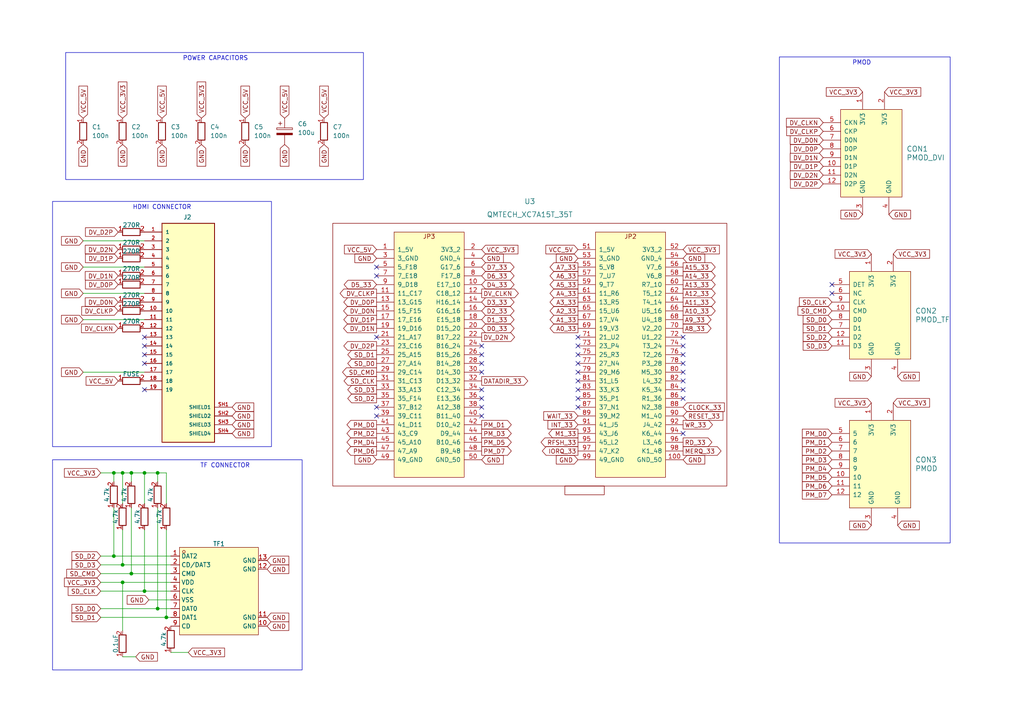
<source format=kicad_sch>
(kicad_sch (version 20231120) (generator "eeschema") (generator_version "8.0")
  (paper "A4")
  (lib_symbols
    (symbol "LIB:C_Polarized" (pin_numbers hide) (pin_names (offset 0.254))
      (property "Reference" "C6" (at 3.81 2.1591 0))
      (property "Value" "100u" (at 3.81 -0.3809 0))
      (symbol "C_Polarized_0_1"
        (rectangle (start -2.286 0.508) (end 2.286 1.016))
        (polyline (pts (xy -1.778 2.286) (xy -0.762 2.286)))
        (polyline (pts (xy -1.27 2.794) (xy -1.27 1.778)))
        (rectangle (start 2.286 -0.508) (end -2.286 -1.016) (fill (type outline)))
      )
      (symbol "C_Polarized_1_1"
        (pin passive line (at 0 3.81 270) (length 2.794) (name "~") (number "1"))
        (pin passive line (at 0 -3.81 90) (length 2.794) (name "~") (number "2"))
      )
    )
    (symbol "LIB:HDMI" (pin_names (offset 1.016))
      (property "Reference" "J" (at -7.62 31.242 0))
      (property "Value" "HDMI" (at -7.62 -35.56 0))
      (symbol "HDMI_0_0"
        (rectangle (start -7.62 -33.02) (end 7.62 30.48) (stroke (width 0.254)) (fill (type background)))
        (pin bidirectional line (at -12.7 27.94 0) (length 5.08) (name "1") (number "1"))
        (pin bidirectional line (at -12.7 5.08 0) (length 5.08) (name "10") (number "10"))
        (pin bidirectional line (at -12.7 2.54 0) (length 5.08) (name "11") (number "11"))
        (pin bidirectional line (at -12.7 0 0) (length 5.08) (name "12") (number "12"))
        (pin bidirectional line (at -12.7 -2.54 0) (length 5.08) (name "13") (number "13"))
        (pin bidirectional line (at -12.7 -5.08 0) (length 5.08) (name "14") (number "14"))
        (pin bidirectional line (at -12.7 -7.62 0) (length 5.08) (name "15") (number "15"))
        (pin bidirectional line (at -12.7 -10.16 0) (length 5.08) (name "16") (number "16"))
        (pin bidirectional line (at -12.7 -12.7 0) (length 5.08) (name "17") (number "17"))
        (pin bidirectional line (at -12.7 -15.24 0) (length 5.08) (name "18") (number "18"))
        (pin bidirectional line (at -12.7 -17.78 0) (length 5.08) (name "19") (number "19"))
        (pin bidirectional line (at -12.7 25.4 0) (length 5.08) (name "2") (number "2"))
        (pin bidirectional line (at -12.7 22.86 0) (length 5.08) (name "3") (number "3"))
        (pin bidirectional line (at -12.7 20.32 0) (length 5.08) (name "4") (number "4"))
        (pin bidirectional line (at -12.7 17.78 0) (length 5.08) (name "5") (number "5"))
        (pin bidirectional line (at -12.7 15.24 0) (length 5.08) (name "6") (number "6"))
        (pin bidirectional line (at -12.7 12.7 0) (length 5.08) (name "7") (number "7"))
        (pin bidirectional line (at -12.7 10.16 0) (length 5.08) (name "8") (number "8"))
        (pin bidirectional line (at -12.7 7.62 0) (length 5.08) (name "9") (number "9"))
        (pin passive line (at 12.7 -22.86 180) (length 5.08) (name "SHIELD1") (number "SH1"))
        (pin passive line (at 12.7 -25.4 180) (length 5.08) (name "SHIELD2") (number "SH2"))
        (pin passive line (at 12.7 -27.94 180) (length 5.08) (name "SHIELD3") (number "SH3"))
        (pin passive line (at 12.7 -30.48 180) (length 5.08) (name "SHIELD4") (number "SH4"))
      )
    )
    (symbol "LIB:PMOD" (pin_names (offset 1.016))
      (property "Reference" "CON3" (at 10.16 1.2701 0))
      (property "Value" "PMOD" (at 10.16 -2.5399 0))
      (symbol "PMOD_1_0"
        (pin bidirectional line (at -2.54 17.78 270) (length 5) (name "3V3") (number "1"))
        (pin bidirectional line (at -13.97 -3.81 0) (length 5) (name "10") (number "10"))
        (pin bidirectional line (at -13.97 -6.35 0) (length 5) (name "11") (number "11"))
        (pin bidirectional line (at -13.97 -8.89 0) (length 5) (name "12") (number "12"))
        (pin bidirectional line (at 3.81 17.78 270) (length 5) (name "3V3") (number "2"))
        (pin bidirectional line (at -2.54 -17.78 90) (length 5) (name "GND") (number "3"))
        (pin bidirectional line (at 5.08 -17.78 90) (length 5) (name "GND") (number "4"))
        (pin bidirectional line (at -13.97 8.89 0) (length 5) (name "5") (number "5"))
        (pin bidirectional line (at -13.97 6.35 0) (length 5) (name "6") (number "6"))
        (pin bidirectional line (at -13.97 3.81 0) (length 5) (name "7") (number "7"))
        (pin bidirectional line (at -13.97 1.27 0) (length 5) (name "8") (number "8"))
        (pin bidirectional line (at -13.97 -1.27 0) (length 5) (name "9") (number "9"))
      )
      (symbol "PMOD_1_1"
        (rectangle (start -8.89 12.7) (end 8.89 -12.7) (fill (type background)))
      )
    )
    (symbol "LIB:PMOD_DVI_1" (pin_names (offset 1.016))
      (property "Reference" "CON1" (at 10.16 1.2701 0))
      (property "Value" "PMOD_DVI_1" (at 10.16 -2.5399 0))
      (symbol "PMOD_DVI_1_1_0"
        (pin bidirectional line (at -2.54 17.78 270) (length 5) (name "3V3") (number "1"))
        (pin bidirectional line (at -13.97 -3.81 0) (length 5) (name "D1P") (number "10"))
        (pin bidirectional line (at -13.97 -6.35 0) (length 5) (name "D2N") (number "11"))
        (pin bidirectional line (at -13.97 -8.89 0) (length 5) (name "D2P") (number "12"))
        (pin bidirectional line (at 3.81 17.78 270) (length 5) (name "3V3") (number "2"))
        (pin bidirectional line (at -2.54 -17.78 90) (length 5) (name "GND") (number "3"))
        (pin bidirectional line (at 5.08 -17.78 90) (length 5) (name "GND") (number "4"))
        (pin bidirectional line (at -13.97 8.89 0) (length 5) (name "CKN") (number "5"))
        (pin bidirectional line (at -13.97 6.35 0) (length 5) (name "CKP") (number "6"))
        (pin bidirectional line (at -13.97 3.81 0) (length 5) (name "D0N") (number "7"))
        (pin bidirectional line (at -13.97 1.27 0) (length 5) (name "D0P") (number "8"))
        (pin bidirectional line (at -13.97 -1.27 0) (length 5) (name "D1N") (number "9"))
      )
      (symbol "PMOD_DVI_1_1_1"
        (rectangle (start -8.89 12.7) (end 8.89 -12.7) (fill (type background)))
      )
    )
    (symbol "LIB:PMOD_TF_1" (pin_names (offset 1.016))
      (property "Reference" "CON2" (at 10.16 1.2701 0))
      (property "Value" "PMOD_TF_1" (at 10.16 -2.5399 0))
      (symbol "PMOD_TF_1_1_0"
        (pin bidirectional line (at -2.54 17.78 270) (length 5) (name "3V3") (number "1"))
        (pin bidirectional line (at -13.97 1.27 0) (length 5) (name "CMD") (number "10"))
        (pin bidirectional line (at -13.97 -8.89 0) (length 5) (name "D3") (number "11"))
        (pin bidirectional line (at -13.97 -6.35 0) (length 5) (name "D2") (number "12"))
        (pin bidirectional line (at 3.81 17.78 270) (length 5) (name "3V3") (number "2"))
        (pin bidirectional line (at -2.54 -17.78 90) (length 5) (name "GND") (number "3"))
        (pin bidirectional line (at 5.08 -17.78 90) (length 5) (name "GND") (number "4"))
        (pin bidirectional line (at -13.97 8.89 0) (length 5) (name "DET") (number "5"))
        (pin bidirectional line (at -13.97 6.35 0) (length 5) (name "NC") (number "6"))
        (pin bidirectional line (at -13.97 -3.81 0) (length 5) (name "D1") (number "7"))
        (pin bidirectional line (at -13.97 -1.27 0) (length 5) (name "D0") (number "8"))
        (pin bidirectional line (at -13.97 3.81 0) (length 5) (name "CLK") (number "9"))
      )
      (symbol "PMOD_TF_1_1_1"
        (rectangle (start -8.89 12.7) (end 8.89 -12.7) (fill (type background)))
      )
    )
    (symbol "LIB:Resistor"
      (property "Reference" "R" (at -2.032 -1.27 90))
      (symbol "Resistor_0_1"
        (rectangle (start -1.016 2.54) (end 1.016 -2.54) (stroke (width 0.254)))
      )
      (symbol "Resistor_1_1"
        (pin passive line (at 0 3.81 270) (length 1.27) (name "~") (number "1"))
        (pin passive line (at 0 -3.81 90) (length 1.27) (name "~") (number "2"))
      )
    )
    (symbol "LIB:TF_SMD"
      (property "Reference" "TF" (at 0 12.7 0))
      (property "Value" "TF-CARD H1.8 SY" (at 0 -17.78 0))
      (symbol "TF_SMD_0_1"
        (rectangle (start -11.43 10.16) (end 11.43 -15.24) (fill (type background)))
        (circle (center -10.16 8.89) (radius 0.38))
        (pin unspecified line (at -13.97 7.62 0) (length 2.54) (name "DAT2") (number "1"))
        (pin unspecified line (at 13.97 -12.7 180) (length 2.54) (name "GND") (number "10"))
        (pin unspecified line (at 13.97 -10.16 180) (length 2.54) (name "GND") (number "11"))
        (pin unspecified line (at 13.97 3.81 180) (length 2.54) (name "GND") (number "12"))
        (pin unspecified line (at 13.97 6.35 180) (length 2.54) (name "GND") (number "13"))
        (pin unspecified line (at -13.97 5.08 0) (length 2.54) (name "CD/DAT3") (number "2"))
        (pin unspecified line (at -13.97 2.54 0) (length 2.54) (name "CMD") (number "3"))
        (pin unspecified line (at -13.97 0 0) (length 2.54) (name "VDD") (number "4"))
        (pin unspecified line (at -13.97 -2.54 0) (length 2.54) (name "CLK") (number "5"))
        (pin unspecified line (at -13.97 -5.08 0) (length 2.54) (name "VSS") (number "6"))
        (pin unspecified line (at -13.97 -7.62 0) (length 2.54) (name "DAT0") (number "7"))
        (pin unspecified line (at -13.97 -10.16 0) (length 2.54) (name "DAT1") (number "8"))
        (pin unspecified line (at -13.97 -12.7 0) (length 2.54) (name "CD") (number "9"))
      )
    )
    (symbol "Mi_libreria:QMTECH_XC7A15T_35T" (pin_names (offset 1.016))
      (property "Reference" "U" (at -2.54 41.91 0))
      (property "Value" "QMTECH_XC7A15T_35T" (at -11.43 36.83 0))
      (symbol "QMTECH_XC7A15T_35T_0_0"
        (text "JP2" (at 29.21 31.75 0) (effects (font (size 1.27 1.27))))
        (text "JP3" (at -29.21 31.75 0) (effects (font (size 1.27 1.27))))
      )
      (symbol "QMTECH_XC7A15T_35T_0_1"
        (rectangle (start -57.15 35.56) (end 57.15 -40.64))
        (rectangle (start 10.16 -40.64) (end 21.59 -43.18))
      )
      (symbol "QMTECH_XC7A15T_35T_1_0"
        (pin bidirectional line (at -44.45 27.94 0) (length 5) (name "1_5V") (number "1"))
        (pin bidirectional line (at -13.97 17.78 180) (length 5) (name "E17_10") (number "10"))
        (pin bidirectional line (at 44.45 -33.02 180) (length 5) (name "GND_50") (number "100"))
        (pin bidirectional line (at -44.45 15.24 0) (length 5) (name "11_C17") (number "11"))
        (pin bidirectional line (at -13.97 15.24 180) (length 5) (name "C18_12") (number "12"))
        (pin bidirectional line (at -44.45 12.7 0) (length 5) (name "13_G15") (number "13"))
        (pin bidirectional line (at -13.97 12.7 180) (length 5) (name "H16_14") (number "14"))
        (pin bidirectional line (at -44.45 10.16 0) (length 5) (name "15_F15") (number "15"))
        (pin bidirectional line (at -13.97 10.16 180) (length 5) (name "G16_16") (number "16"))
        (pin bidirectional line (at -44.45 7.62 0) (length 5) (name "17_E16") (number "17"))
        (pin bidirectional line (at -13.97 7.62 180) (length 5) (name "E15_18") (number "18"))
        (pin bidirectional line (at -44.45 5.08 0) (length 5) (name "19_D16") (number "19"))
        (pin bidirectional line (at -13.97 27.94 180) (length 5) (name "3V3_2") (number "2"))
        (pin bidirectional line (at -13.97 5.08 180) (length 5) (name "D15_20") (number "20"))
        (pin bidirectional line (at -44.45 2.54 0) (length 5) (name "21_A17") (number "21"))
        (pin bidirectional line (at -13.97 2.54 180) (length 5) (name "B17_22") (number "22"))
        (pin bidirectional line (at -44.45 0 0) (length 5) (name "23_C16") (number "23"))
        (pin bidirectional line (at -13.97 0 180) (length 5) (name "B16_24") (number "24"))
        (pin bidirectional line (at -44.45 -2.54 0) (length 5) (name "25_A15") (number "25"))
        (pin bidirectional line (at -13.97 -2.54 180) (length 5) (name "B15_26") (number "26"))
        (pin bidirectional line (at -44.45 -5.08 0) (length 5) (name "27_A14") (number "27"))
        (pin bidirectional line (at -13.97 -5.08 180) (length 5) (name "B14_28") (number "28"))
        (pin bidirectional line (at -44.45 -7.62 0) (length 5) (name "29_C14") (number "29"))
        (pin bidirectional line (at -44.45 25.4 0) (length 5) (name "3_GND") (number "3"))
        (pin bidirectional line (at -13.97 -7.62 180) (length 5) (name "D14_30") (number "30"))
        (pin bidirectional line (at -44.45 -10.16 0) (length 5) (name "31_C13") (number "31"))
        (pin bidirectional line (at -13.97 -10.16 180) (length 5) (name "D13_32") (number "32"))
        (pin bidirectional line (at -44.45 -12.7 0) (length 5) (name "33_A13") (number "33"))
        (pin bidirectional line (at -13.97 -12.7 180) (length 5) (name "C12_34") (number "34"))
        (pin bidirectional line (at -44.45 -15.24 0) (length 5) (name "35_F14") (number "35"))
        (pin bidirectional line (at -13.97 -15.24 180) (length 5) (name "E13_36") (number "36"))
        (pin bidirectional line (at -44.45 -17.78 0) (length 5) (name "37_B12") (number "37"))
        (pin bidirectional line (at -13.97 -17.78 180) (length 5) (name "A12_38") (number "38"))
        (pin bidirectional line (at -44.45 -20.32 0) (length 5) (name "39_C11") (number "39"))
        (pin bidirectional line (at -13.97 25.4 180) (length 5) (name "GND_4") (number "4"))
        (pin bidirectional line (at -13.97 -20.32 180) (length 5) (name "B11_40") (number "40"))
        (pin bidirectional line (at -44.45 -22.86 0) (length 5) (name "41_D11") (number "41"))
        (pin bidirectional line (at -13.97 -22.86 180) (length 5) (name "D10_42") (number "42"))
        (pin bidirectional line (at -44.45 -25.4 0) (length 5) (name "43_C9") (number "43"))
        (pin bidirectional line (at -13.97 -25.4 180) (length 5) (name "D9_44") (number "44"))
        (pin bidirectional line (at -44.45 -27.94 0) (length 5) (name "45_A10") (number "45"))
        (pin bidirectional line (at -13.97 -27.94 180) (length 5) (name "B10_46") (number "46"))
        (pin bidirectional line (at -44.45 -30.48 0) (length 5) (name "47_A9") (number "47"))
        (pin bidirectional line (at -13.97 -30.48 180) (length 5) (name "B9_48") (number "48"))
        (pin bidirectional line (at -44.45 -33.02 0) (length 5) (name "49_GND") (number "49"))
        (pin bidirectional line (at -44.45 22.86 0) (length 5) (name "5_F18") (number "5"))
        (pin bidirectional line (at -13.97 -33.02 180) (length 5) (name "GND_50") (number "50"))
        (pin bidirectional line (at 13.97 27.94 0) (length 5) (name "1_5V") (number "51"))
        (pin bidirectional line (at 44.45 27.94 180) (length 5) (name "3V3_2") (number "52"))
        (pin bidirectional line (at 13.97 25.4 0) (length 5) (name "3_GND") (number "53"))
        (pin bidirectional line (at 44.45 25.4 180) (length 5) (name "GND_4") (number "54"))
        (pin bidirectional line (at 13.97 22.86 0) (length 5) (name "5_V8") (number "55"))
        (pin bidirectional line (at 44.45 22.86 180) (length 5) (name "V7_6") (number "56"))
        (pin bidirectional line (at 13.97 20.32 0) (length 5) (name "7_U7") (number "57"))
        (pin bidirectional line (at 44.45 20.32 180) (length 5) (name "V6_8") (number "58"))
        (pin bidirectional line (at 13.97 17.78 0) (length 5) (name "9_T7") (number "59"))
        (pin bidirectional line (at -13.97 22.86 180) (length 5) (name "G17_6") (number "6"))
        (pin bidirectional line (at 44.45 17.78 180) (length 5) (name "R7_10") (number "60"))
        (pin bidirectional line (at 13.97 15.24 0) (length 5) (name "11_R6") (number "61"))
        (pin bidirectional line (at 44.45 15.24 180) (length 5) (name "T5_12") (number "62"))
        (pin bidirectional line (at 13.97 12.7 0) (length 5) (name "13_R5") (number "63"))
        (pin bidirectional line (at 44.45 12.7 180) (length 5) (name "T4_14") (number "64"))
        (pin bidirectional line (at 13.97 10.16 0) (length 5) (name "15_U6") (number "65"))
        (pin bidirectional line (at 44.45 10.16 180) (length 5) (name "U5_16") (number "66"))
        (pin bidirectional line (at 13.97 7.62 0) (length 5) (name "17_V4") (number "67"))
        (pin bidirectional line (at 44.45 7.62 180) (length 5) (name "U4_18") (number "68"))
        (pin bidirectional line (at 13.97 5.08 0) (length 5) (name "19_V3") (number "69"))
        (pin bidirectional line (at -44.45 20.32 0) (length 5) (name "7_E18") (number "7"))
        (pin bidirectional line (at 44.45 5.08 180) (length 5) (name "V2_20") (number "70"))
        (pin bidirectional line (at 13.97 2.54 0) (length 5) (name "21_U2") (number "71"))
        (pin bidirectional line (at 44.45 2.54 180) (length 5) (name "U1_22") (number "72"))
        (pin bidirectional line (at 13.97 0 0) (length 5) (name "23_P4") (number "73"))
        (pin bidirectional line (at 44.45 0 180) (length 5) (name "T3_24") (number "74"))
        (pin bidirectional line (at 13.97 -2.54 0) (length 5) (name "25_R3") (number "75"))
        (pin bidirectional line (at 44.45 -2.54 180) (length 5) (name "T2_26") (number "76"))
        (pin bidirectional line (at 13.97 -5.08 0) (length 5) (name "27_N4") (number "77"))
        (pin bidirectional line (at 44.45 -5.08 180) (length 5) (name "P3_28") (number "78"))
        (pin bidirectional line (at 13.97 -7.62 0) (length 5) (name "29_M6") (number "79"))
        (pin bidirectional line (at -13.97 20.32 180) (length 5) (name "F17_8") (number "8"))
        (pin bidirectional line (at 44.45 -7.62 180) (length 5) (name "M5_30") (number "80"))
        (pin bidirectional line (at 13.97 -10.16 0) (length 5) (name "31_L5") (number "81"))
        (pin bidirectional line (at 44.45 -10.16 180) (length 5) (name "L4_32") (number "82"))
        (pin bidirectional line (at 13.97 -12.7 0) (length 5) (name "33_K3") (number "83"))
        (pin bidirectional line (at 44.45 -12.7 180) (length 5) (name "K5_34") (number "84"))
        (pin bidirectional line (at 13.97 -15.24 0) (length 5) (name "35_P1") (number "85"))
        (pin bidirectional line (at 44.45 -15.24 180) (length 5) (name "R1_36") (number "86"))
        (pin bidirectional line (at 13.97 -17.78 0) (length 5) (name "37_N1") (number "87"))
        (pin bidirectional line (at 44.45 -17.78 180) (length 5) (name "N2_38") (number "88"))
        (pin bidirectional line (at 13.97 -20.32 0) (length 5) (name "39_M2") (number "89"))
        (pin bidirectional line (at -44.45 17.78 0) (length 5) (name "9_D18") (number "9"))
        (pin bidirectional line (at 44.45 -20.32 180) (length 5) (name "M1_40") (number "90"))
        (pin bidirectional line (at 13.97 -22.86 0) (length 5) (name "41_J5") (number "91"))
        (pin bidirectional line (at 44.45 -22.86 180) (length 5) (name "J4_42") (number "92"))
        (pin bidirectional line (at 13.97 -25.4 0) (length 5) (name "43_J6") (number "93"))
        (pin bidirectional line (at 44.45 -25.4 180) (length 5) (name "K6_44") (number "94"))
        (pin bidirectional line (at 13.97 -27.94 0) (length 5) (name "45_L2") (number "95"))
        (pin bidirectional line (at 44.45 -27.94 180) (length 5) (name "L3_46") (number "96"))
        (pin bidirectional line (at 13.97 -30.48 0) (length 5) (name "47_K2") (number "97"))
        (pin bidirectional line (at 44.45 -30.48 180) (length 5) (name "K1_48") (number "98"))
        (pin bidirectional line (at 13.97 -33.02 0) (length 5) (name "49_GND") (number "99"))
      )
      (symbol "QMTECH_XC7A15T_35T_1_1"
        (rectangle (start -39.37 33.02) (end -19.05 -38.1) (fill (type background)))
        (rectangle (start 19.05 33.02) (end 39.37 -38.1) (fill (type background)))
      )
    )
  )
  (junction (at 41.91 171.45))
  (junction (at 48.26 179.07))
  (junction (at 41.91 137.16))
  (junction (at 35.56 168.91))
  (junction (at 38.1 137.16))
  (junction (at 35.56 163.83))
  (junction (at 45.72 137.16))
  (junction (at 35.56 137.16))
  (junction (at 38.1 166.37))
  (junction (at 33.02 137.16))
  (junction (at 33.02 161.29))
  (junction (at 45.72 176.53))
  (no_connect (at 41.91 100.33))
  (no_connect (at 198.12 102.87))
  (no_connect (at 41.91 105.41))
  (no_connect (at 109.22 97.79))
  (no_connect (at 198.12 115.57))
  (no_connect (at 41.91 113.03))
  (no_connect (at 198.12 97.79))
  (no_connect (at 241.3 85.09))
  (no_connect (at 241.3 82.55))
  (no_connect (at 139.7 113.03))
  (no_connect (at 198.12 107.95))
  (no_connect (at 167.64 118.11))
  (no_connect (at 167.64 100.33))
  (no_connect (at 167.64 105.41))
  (no_connect (at 41.91 97.79))
  (no_connect (at 198.12 110.49))
  (no_connect (at 167.64 113.03))
  (no_connect (at 139.7 105.41))
  (no_connect (at 198.12 113.03))
  (no_connect (at 41.91 102.87))
  (no_connect (at 167.64 107.95))
  (no_connect (at 167.64 115.57))
  (no_connect (at 139.7 120.65))
  (no_connect (at 167.64 110.49))
  (no_connect (at 139.7 102.87))
  (no_connect (at 139.7 118.11))
  (no_connect (at 198.12 125.73))
  (no_connect (at 109.22 80.01))
  (no_connect (at 139.7 107.95))
  (no_connect (at 139.7 100.33))
  (no_connect (at 198.12 105.41))
  (no_connect (at 109.22 77.47))
  (no_connect (at 139.7 115.57))
  (no_connect (at 109.22 120.65))
  (no_connect (at 109.22 118.11))
  (no_connect (at 167.64 102.87))
  (no_connect (at 167.64 97.79))
  (no_connect (at 198.12 100.33))
  (wire (pts (xy 29.21 161.29) (xy 33.02 161.29)))
  (wire (pts (xy 29.21 166.37) (xy 38.1 166.37)))
  (wire (pts (xy 33.02 147.32) (xy 33.02 161.29)))
  (wire (pts (xy 24.13 69.85) (xy 41.91 69.85)))
  (wire (pts (xy 29.21 137.16) (xy 33.02 137.16)))
  (wire (pts (xy 35.56 190.5) (xy 39.37 190.5)))
  (wire (pts (xy 35.56 137.16) (xy 35.56 146.05)))
  (wire (pts (xy 33.02 137.16) (xy 35.56 137.16)))
  (wire (pts (xy 41.91 137.16) (xy 41.91 146.05)))
  (wire (pts (xy 29.21 171.45) (xy 41.91 171.45)))
  (wire (pts (xy 29.21 163.83) (xy 35.56 163.83)))
  (wire (pts (xy 45.72 137.16) (xy 48.26 137.16)))
  (wire (pts (xy 24.13 85.09) (xy 41.91 85.09)))
  (wire (pts (xy 43.18 173.99) (xy 49.53 173.99)))
  (wire (pts (xy 38.1 166.37) (xy 49.53 166.37)))
  (wire (pts (xy 29.21 168.91) (xy 35.56 168.91)))
  (wire (pts (xy 24.13 77.47) (xy 41.91 77.47)))
  (wire (pts (xy 38.1 137.16) (xy 38.1 139.7)))
  (wire (pts (xy 45.72 176.53) (xy 49.53 176.53)))
  (wire (pts (xy 35.56 168.91) (xy 35.56 182.88)))
  (wire (pts (xy 29.21 179.07) (xy 48.26 179.07)))
  (wire (pts (xy 45.72 137.16) (xy 45.72 139.7)))
  (wire (pts (xy 41.91 137.16) (xy 45.72 137.16)))
  (wire (pts (xy 35.56 163.83) (xy 49.53 163.83)))
  (wire (pts (xy 48.26 153.67) (xy 48.26 179.07)))
  (wire (pts (xy 35.56 168.91) (xy 49.53 168.91)))
  (wire (pts (xy 35.56 137.16) (xy 38.1 137.16)))
  (wire (pts (xy 48.26 137.16) (xy 48.26 146.05)))
  (wire (pts (xy 49.53 189.23) (xy 54.61 189.23)))
  (wire (pts (xy 29.21 176.53) (xy 45.72 176.53)))
  (wire (pts (xy 48.26 179.07) (xy 49.53 179.07)))
  (wire (pts (xy 38.1 137.16) (xy 41.91 137.16)))
  (wire (pts (xy 24.13 107.95) (xy 41.91 107.95)))
  (wire (pts (xy 24.13 92.71) (xy 41.91 92.71)))
  (wire (pts (xy 35.56 153.67) (xy 35.56 163.83)))
  (wire (pts (xy 41.91 171.45) (xy 49.53 171.45)))
  (wire (pts (xy 33.02 139.7) (xy 33.02 137.16)))
  (wire (pts (xy 45.72 147.32) (xy 45.72 176.53)))
  (wire (pts (xy 41.91 153.67) (xy 41.91 171.45)))
  (wire (pts (xy 38.1 147.32) (xy 38.1 166.37)))
  (wire (pts (xy 33.02 161.29) (xy 49.53 161.29)))
  (rectangle (start 226.06 16.51) (end 275.59 157.48))
  (rectangle (start 15.24 133.35) (end 87.63 194.31))
  (rectangle (start 19.05 15.24) (end 105.41 52.07))
  (rectangle (start 15.24 58.42) (end 78.74 129.54))
  (text "TF CONNECTOR" (at 65.278 135.128 0) (effects (font (size 1.27 1.27))))
  (text "PMOD" (at 249.936 18.288 0) (effects (font (size 1.27 1.27))))
  (text "HDMI CONNECTOR" (at 46.99 60.198 0) (effects (font (size 1.27 1.27))))
  (text "POWER CAPACITORS" (at 62.484 17.018 0) (effects (font (size 1.27 1.27))))
  (global_label "PM_D4" (shape input) (at 241.3 135.89 180) (property "Intersheetrefs" "${INTERSHEET_REFS}" (effects (hide yes))))
  (global_label "GND" (shape input) (at 260.35 152.4 0) (property "Intersheetrefs" "${INTERSHEET_REFS}" (effects (hide yes))))
  (global_label "A0_33" (shape output) (at 167.64 95.25 180) (property "Intersheetrefs" "${INTERSHEET_REFS}" (effects (hide yes))))
  (global_label "VCC_5V" (shape input) (at 34.29 110.49 180) (property "Intersheetrefs" "${INTERSHEET_REFS}" (effects (hide yes))))
  (global_label "SD_D3" (shape input) (at 29.21 163.83 180) (property "Intersheetrefs" "${INTERSHEET_REFS}" (effects (hide yes))))
  (global_label "GND" (shape input) (at 77.47 165.1 0) (property "Intersheetrefs" "${INTERSHEET_REFS}" (effects (hide yes))))
  (global_label "SD_D2" (shape input) (at 241.3 97.79 180) (property "Intersheetrefs" "${INTERSHEET_REFS}" (effects (hide yes))))
  (global_label "PM_D2" (shape output) (at 109.22 125.73 180) (property "Intersheetrefs" "${INTERSHEET_REFS}" (effects (hide yes))))
  (global_label "PM_D6" (shape input) (at 241.3 140.97 180) (property "Intersheetrefs" "${INTERSHEET_REFS}" (effects (hide yes))))
  (global_label "D4_33" (shape bidirectional) (at 139.7 82.55 0) (property "Intersheetrefs" "${INTERSHEET_REFS}" (effects (hide yes))))
  (global_label "DV_CLKP" (shape output) (at 109.22 85.09 180) (property "Intersheetrefs" "${INTERSHEET_REFS}" (effects (hide yes))))
  (global_label "RD_33" (shape output) (at 198.12 128.27 0) (property "Intersheetrefs" "${INTERSHEET_REFS}" (effects (hide yes))))
  (global_label "GND" (shape input) (at 39.37 190.5 0) (property "Intersheetrefs" "${INTERSHEET_REFS}" (effects (hide yes))))
  (global_label "GND" (shape input) (at 43.18 173.99 180) (property "Intersheetrefs" "${INTERSHEET_REFS}" (effects (hide yes))))
  (global_label "A12_33" (shape output) (at 198.12 85.09 0) (property "Intersheetrefs" "${INTERSHEET_REFS}" (effects (hide yes))))
  (global_label "A15_33" (shape output) (at 198.12 77.47 0) (property "Intersheetrefs" "${INTERSHEET_REFS}" (effects (hide yes))))
  (global_label "DV_D1P" (shape input) (at 34.29 74.93 180) (property "Intersheetrefs" "${INTERSHEET_REFS}" (effects (hide yes))))
  (global_label "SD_D0" (shape input) (at 241.3 92.71 180) (property "Intersheetrefs" "${INTERSHEET_REFS}" (effects (hide yes))))
  (global_label "A10_33" (shape output) (at 198.12 90.17 0) (property "Intersheetrefs" "${INTERSHEET_REFS}" (effects (hide yes))))
  (global_label "PM_D3" (shape input) (at 241.3 133.35 180) (property "Intersheetrefs" "${INTERSHEET_REFS}" (effects (hide yes))))
  (global_label "DV_CLKP" (shape input) (at 34.29 90.17 180) (property "Intersheetrefs" "${INTERSHEET_REFS}" (effects (hide yes))))
  (global_label "PM_D2" (shape input) (at 241.3 130.81 180) (property "Intersheetrefs" "${INTERSHEET_REFS}" (effects (hide yes))))
  (global_label "A7_33" (shape output) (at 167.64 77.47 180) (property "Intersheetrefs" "${INTERSHEET_REFS}" (effects (hide yes))))
  (global_label "DV_CLKP" (shape input) (at 238.76 38.1 180) (property "Intersheetrefs" "${INTERSHEET_REFS}" (effects (hide yes))))
  (global_label "DV_D0N" (shape output) (at 109.22 90.17 180) (property "Intersheetrefs" "${INTERSHEET_REFS}" (effects (hide yes))))
  (global_label "GND" (shape input) (at 139.7 74.93 0) (property "Intersheetrefs" "${INTERSHEET_REFS}" (effects (hide yes))))
  (global_label "SD_CMD" (shape output) (at 109.22 107.95 180) (property "Intersheetrefs" "${INTERSHEET_REFS}" (effects (hide yes))))
  (global_label "D5_33" (shape bidirectional) (at 109.22 82.55 180) (property "Intersheetrefs" "${INTERSHEET_REFS}" (effects (hide yes))))
  (global_label "A6_33" (shape output) (at 167.64 80.01 180) (property "Intersheetrefs" "${INTERSHEET_REFS}" (effects (hide yes))))
  (global_label "DV_D2N" (shape input) (at 238.76 50.8 180) (property "Intersheetrefs" "${INTERSHEET_REFS}" (effects (hide yes))))
  (global_label "GND" (shape input) (at 167.64 133.35 180) (property "Intersheetrefs" "${INTERSHEET_REFS}" (effects (hide yes))))
  (global_label "DV_D0P" (shape output) (at 109.22 87.63 180) (property "Intersheetrefs" "${INTERSHEET_REFS}" (effects (hide yes))))
  (global_label "PM_D6" (shape output) (at 109.22 130.81 180) (property "Intersheetrefs" "${INTERSHEET_REFS}" (effects (hide yes))))
  (global_label "GND" (shape input) (at 109.22 74.93 180) (property "Intersheetrefs" "${INTERSHEET_REFS}" (effects (hide yes))))
  (global_label "A9_33" (shape output) (at 198.12 92.71 0) (property "Intersheetrefs" "${INTERSHEET_REFS}" (effects (hide yes))))
  (global_label "DV_CLKN" (shape input) (at 34.29 95.25 180) (property "Intersheetrefs" "${INTERSHEET_REFS}" (effects (hide yes))))
  (global_label "VCC_3V3" (shape input) (at 139.7 72.39 0) (property "Intersheetrefs" "${INTERSHEET_REFS}" (effects (hide yes))))
  (global_label "SD_CMD" (shape input) (at 241.3 90.17 180) (property "Intersheetrefs" "${INTERSHEET_REFS}" (effects (hide yes))))
  (global_label "VCC_5V" (shape input) (at 93.98 34.29 90) (property "Intersheetrefs" "${INTERSHEET_REFS}" (effects (hide yes))))
  (global_label "GND" (shape input) (at 139.7 133.35 0) (property "Intersheetrefs" "${INTERSHEET_REFS}" (effects (hide yes))))
  (global_label "MERQ_33" (shape output) (at 198.12 130.81 0) (property "Intersheetrefs" "${INTERSHEET_REFS}" (effects (hide yes))))
  (global_label "GND" (shape input) (at 93.98 41.91 270) (property "Intersheetrefs" "${INTERSHEET_REFS}" (effects (hide yes))))
  (global_label "SD_D2" (shape output) (at 109.22 115.57 180) (property "Intersheetrefs" "${INTERSHEET_REFS}" (effects (hide yes))))
  (global_label "WR_33" (shape output) (at 198.12 123.19 0) (property "Intersheetrefs" "${INTERSHEET_REFS}" (effects (hide yes))))
  (global_label "PM_D0" (shape output) (at 109.22 123.19 180) (property "Intersheetrefs" "${INTERSHEET_REFS}" (effects (hide yes))))
  (global_label "PM_D0" (shape input) (at 241.3 125.73 180) (property "Intersheetrefs" "${INTERSHEET_REFS}" (effects (hide yes))))
  (global_label "GND" (shape input) (at 77.47 162.56 0) (property "Intersheetrefs" "${INTERSHEET_REFS}" (effects (hide yes))))
  (global_label "A2_33" (shape output) (at 167.64 90.17 180) (property "Intersheetrefs" "${INTERSHEET_REFS}" (effects (hide yes))))
  (global_label "DV_D0N" (shape input) (at 238.76 40.64 180) (property "Intersheetrefs" "${INTERSHEET_REFS}" (effects (hide yes))))
  (global_label "A1_33" (shape output) (at 167.64 92.71 180) (property "Intersheetrefs" "${INTERSHEET_REFS}" (effects (hide yes))))
  (global_label "GND" (shape input) (at 252.73 109.22 180) (property "Intersheetrefs" "${INTERSHEET_REFS}" (effects (hide yes))))
  (global_label "VCC_3V3" (shape input) (at 259.08 73.66 0) (property "Intersheetrefs" "${INTERSHEET_REFS}" (effects (hide yes))))
  (global_label "PM_D1" (shape input) (at 241.3 128.27 180) (property "Intersheetrefs" "${INTERSHEET_REFS}" (effects (hide yes))))
  (global_label "GND" (shape input) (at 198.12 133.35 0) (property "Intersheetrefs" "${INTERSHEET_REFS}" (effects (hide yes))))
  (global_label "D6_33" (shape bidirectional) (at 139.7 80.01 0) (property "Intersheetrefs" "${INTERSHEET_REFS}" (effects (hide yes))))
  (global_label "DV_D2N" (shape output) (at 139.7 97.79 0) (property "Intersheetrefs" "${INTERSHEET_REFS}" (effects (hide yes))))
  (global_label "SD_CMD" (shape input) (at 29.21 166.37 180) (property "Intersheetrefs" "${INTERSHEET_REFS}" (effects (hide yes))))
  (global_label "A5_33" (shape output) (at 167.64 82.55 180) (property "Intersheetrefs" "${INTERSHEET_REFS}" (effects (hide yes))))
  (global_label "CLOCK_33" (shape input) (at 198.12 118.11 0) (property "Intersheetrefs" "${INTERSHEET_REFS}" (effects (hide yes))))
  (global_label "GND" (shape input) (at 71.12 41.91 270) (property "Intersheetrefs" "${INTERSHEET_REFS}" (effects (hide yes))))
  (global_label "A3_33" (shape output) (at 167.64 87.63 180) (property "Intersheetrefs" "${INTERSHEET_REFS}" (effects (hide yes))))
  (global_label "SD_D0" (shape output) (at 109.22 105.41 180) (property "Intersheetrefs" "${INTERSHEET_REFS}" (effects (hide yes))))
  (global_label "GND" (shape input) (at 198.12 74.93 0) (property "Intersheetrefs" "${INTERSHEET_REFS}" (effects (hide yes))))
  (global_label "PM_D4" (shape output) (at 109.22 128.27 180) (property "Intersheetrefs" "${INTERSHEET_REFS}" (effects (hide yes))))
  (global_label "SD_D1" (shape output) (at 109.22 102.87 180) (property "Intersheetrefs" "${INTERSHEET_REFS}" (effects (hide yes))))
  (global_label "GND" (shape input) (at 24.13 107.95 180) (property "Intersheetrefs" "${INTERSHEET_REFS}" (effects (hide yes))))
  (global_label "GND" (shape input) (at 24.13 69.85 180) (property "Intersheetrefs" "${INTERSHEET_REFS}" (effects (hide yes))))
  (global_label "VCC_3V3" (shape input) (at 252.73 116.84 180) (property "Intersheetrefs" "${INTERSHEET_REFS}" (effects (hide yes))))
  (global_label "RESET_33" (shape input) (at 198.12 120.65 0) (property "Intersheetrefs" "${INTERSHEET_REFS}" (effects (hide yes))))
  (global_label "RFSH_33" (shape output) (at 167.64 128.27 180) (property "Intersheetrefs" "${INTERSHEET_REFS}" (effects (hide yes))))
  (global_label "PM_D1" (shape output) (at 139.7 123.19 0) (property "Intersheetrefs" "${INTERSHEET_REFS}" (effects (hide yes))))
  (global_label "VCC_3V3" (shape input) (at 54.61 189.23 0) (property "Intersheetrefs" "${INTERSHEET_REFS}" (effects (hide yes))))
  (global_label "VCC_5V" (shape input) (at 109.22 72.39 180) (property "Intersheetrefs" "${INTERSHEET_REFS}" (effects (hide yes))))
  (global_label "PM_D7" (shape output) (at 139.7 130.81 0) (property "Intersheetrefs" "${INTERSHEET_REFS}" (effects (hide yes))))
  (global_label "VCC_3V3" (shape input) (at 58.42 34.29 90) (property "Intersheetrefs" "${INTERSHEET_REFS}" (effects (hide yes))))
  (global_label "DV_D1N" (shape output) (at 109.22 95.25 180) (property "Intersheetrefs" "${INTERSHEET_REFS}" (effects (hide yes))))
  (global_label "D3_33" (shape bidirectional) (at 139.7 87.63 0) (property "Intersheetrefs" "${INTERSHEET_REFS}" (effects (hide yes))))
  (global_label "SD_D1" (shape input) (at 241.3 95.25 180) (property "Intersheetrefs" "${INTERSHEET_REFS}" (effects (hide yes))))
  (global_label "GND" (shape input) (at 24.13 92.71 180) (property "Intersheetrefs" "${INTERSHEET_REFS}" (effects (hide yes))))
  (global_label "DATADIR_33" (shape output) (at 139.7 110.49 0) (property "Intersheetrefs" "${INTERSHEET_REFS}" (effects (hide yes))))
  (global_label "DV_D0N" (shape input) (at 34.29 87.63 180) (property "Intersheetrefs" "${INTERSHEET_REFS}" (effects (hide yes))))
  (global_label "PM_D5" (shape input) (at 241.3 138.43 180) (property "Intersheetrefs" "${INTERSHEET_REFS}" (effects (hide yes))))
  (global_label "GND" (shape input) (at 167.64 74.93 180) (property "Intersheetrefs" "${INTERSHEET_REFS}" (effects (hide yes))))
  (global_label "VCC_3V3" (shape input) (at 35.56 34.29 90) (property "Intersheetrefs" "${INTERSHEET_REFS}" (effects (hide yes))))
  (global_label "D0_33" (shape bidirectional) (at 139.7 95.25 0) (property "Intersheetrefs" "${INTERSHEET_REFS}" (effects (hide yes))))
  (global_label "SD_D0" (shape input) (at 29.21 176.53 180) (property "Intersheetrefs" "${INTERSHEET_REFS}" (effects (hide yes))))
  (global_label "DV_D2P" (shape input) (at 34.29 67.31 180) (property "Intersheetrefs" "${INTERSHEET_REFS}" (effects (hide yes))))
  (global_label "GND" (shape input) (at 250.19 62.23 180) (property "Intersheetrefs" "${INTERSHEET_REFS}" (effects (hide yes))))
  (global_label "GND" (shape input) (at 35.56 41.91 270) (property "Intersheetrefs" "${INTERSHEET_REFS}" (effects (hide yes))))
  (global_label "DV_D2P" (shape input) (at 238.76 53.34 180) (property "Intersheetrefs" "${INTERSHEET_REFS}" (effects (hide yes))))
  (global_label "GND" (shape input) (at 67.31 125.73 0) (property "Intersheetrefs" "${INTERSHEET_REFS}" (effects (hide yes))))
  (global_label "SD_D2" (shape input) (at 29.21 161.29 180) (property "Intersheetrefs" "${INTERSHEET_REFS}" (effects (hide yes))))
  (global_label "VCC_5V" (shape input) (at 24.13 34.29 90) (property "Intersheetrefs" "${INTERSHEET_REFS}" (effects (hide yes))))
  (global_label "GND" (shape input) (at 67.31 123.19 0) (property "Intersheetrefs" "${INTERSHEET_REFS}" (effects (hide yes))))
  (global_label "A11_33" (shape output) (at 198.12 87.63 0) (property "Intersheetrefs" "${INTERSHEET_REFS}" (effects (hide yes))))
  (global_label "GND" (shape input) (at 67.31 120.65 0) (property "Intersheetrefs" "${INTERSHEET_REFS}" (effects (hide yes))))
  (global_label "GND" (shape input) (at 260.35 109.22 0) (property "Intersheetrefs" "${INTERSHEET_REFS}" (effects (hide yes))))
  (global_label "SD_D3" (shape input) (at 241.3 100.33 180) (property "Intersheetrefs" "${INTERSHEET_REFS}" (effects (hide yes))))
  (global_label "VCC_3V3" (shape input) (at 29.21 168.91 180) (property "Intersheetrefs" "${INTERSHEET_REFS}" (effects (hide yes))))
  (global_label "VCC_5V" (shape input) (at 167.64 72.39 180) (property "Intersheetrefs" "${INTERSHEET_REFS}" (effects (hide yes))))
  (global_label "DV_D1N" (shape input) (at 34.29 80.01 180) (property "Intersheetrefs" "${INTERSHEET_REFS}" (effects (hide yes))))
  (global_label "D2_33" (shape bidirectional) (at 139.7 90.17 0) (property "Intersheetrefs" "${INTERSHEET_REFS}" (effects (hide yes))))
  (global_label "D7_33" (shape bidirectional) (at 139.7 77.47 0) (property "Intersheetrefs" "${INTERSHEET_REFS}" (effects (hide yes))))
  (global_label "PM_D7" (shape input) (at 241.3 143.51 180) (property "Intersheetrefs" "${INTERSHEET_REFS}" (effects (hide yes))))
  (global_label "SD_D3" (shape output) (at 109.22 113.03 180) (property "Intersheetrefs" "${INTERSHEET_REFS}" (effects (hide yes))))
  (global_label "GND" (shape input) (at 58.42 41.91 270) (property "Intersheetrefs" "${INTERSHEET_REFS}" (effects (hide yes))))
  (global_label "SD_CLK" (shape input) (at 241.3 87.63 180) (property "Intersheetrefs" "${INTERSHEET_REFS}" (effects (hide yes))))
  (global_label "GND" (shape input) (at 257.81 62.23 0) (property "Intersheetrefs" "${INTERSHEET_REFS}" (effects (hide yes))))
  (global_label "SD_CLK" (shape input) (at 29.21 171.45 180) (property "Intersheetrefs" "${INTERSHEET_REFS}" (effects (hide yes))))
  (global_label "A13_33" (shape output) (at 198.12 82.55 0) (property "Intersheetrefs" "${INTERSHEET_REFS}" (effects (hide yes))))
  (global_label "A4_33" (shape output) (at 167.64 85.09 180) (property "Intersheetrefs" "${INTERSHEET_REFS}" (effects (hide yes))))
  (global_label "SD_CLK" (shape output) (at 109.22 110.49 180) (property "Intersheetrefs" "${INTERSHEET_REFS}" (effects (hide yes))))
  (global_label "IORQ_33" (shape output) (at 167.64 130.81 180) (property "Intersheetrefs" "${INTERSHEET_REFS}" (effects (hide yes))))
  (global_label "INT_33" (shape input) (at 167.64 123.19 180) (property "Intersheetrefs" "${INTERSHEET_REFS}" (effects (hide yes))))
  (global_label "VCC_3V3" (shape input) (at 250.19 26.67 180) (property "Intersheetrefs" "${INTERSHEET_REFS}" (effects (hide yes))))
  (global_label "GND" (shape input) (at 46.99 41.91 270) (property "Intersheetrefs" "${INTERSHEET_REFS}" (effects (hide yes))))
  (global_label "GND" (shape input) (at 67.31 118.11 0) (property "Intersheetrefs" "${INTERSHEET_REFS}" (effects (hide yes))))
  (global_label "PM_D5" (shape output) (at 139.7 128.27 0) (property "Intersheetrefs" "${INTERSHEET_REFS}" (effects (hide yes))))
  (global_label "VCC_3V3" (shape input) (at 198.12 72.39 0) (property "Intersheetrefs" "${INTERSHEET_REFS}" (effects (hide yes))))
  (global_label "SD_D1" (shape input) (at 29.21 179.07 180) (property "Intersheetrefs" "${INTERSHEET_REFS}" (effects (hide yes))))
  (global_label "VCC_3V3" (shape input) (at 29.21 137.16 180) (property "Intersheetrefs" "${INTERSHEET_REFS}" (effects (hide yes))))
  (global_label "DV_D1P" (shape input) (at 238.76 48.26 180) (property "Intersheetrefs" "${INTERSHEET_REFS}" (effects (hide yes))))
  (global_label "DV_D0P" (shape input) (at 238.76 43.18 180) (property "Intersheetrefs" "${INTERSHEET_REFS}" (effects (hide yes))))
  (global_label "VCC_3V3" (shape input) (at 252.73 73.66 180) (property "Intersheetrefs" "${INTERSHEET_REFS}" (effects (hide yes))))
  (global_label "M1_33" (shape output) (at 167.64 125.73 180) (property "Intersheetrefs" "${INTERSHEET_REFS}" (effects (hide yes))))
  (global_label "GND" (shape input) (at 24.13 77.47 180) (property "Intersheetrefs" "${INTERSHEET_REFS}" (effects (hide yes))))
  (global_label "DV_CLKN" (shape output) (at 139.7 85.09 0) (property "Intersheetrefs" "${INTERSHEET_REFS}" (effects (hide yes))))
  (global_label "GND" (shape input) (at 77.47 179.07 0) (property "Intersheetrefs" "${INTERSHEET_REFS}" (effects (hide yes))))
  (global_label "VCC_5V" (shape input) (at 46.99 34.29 90) (property "Intersheetrefs" "${INTERSHEET_REFS}" (effects (hide yes))))
  (global_label "GND" (shape input) (at 109.22 133.35 180) (property "Intersheetrefs" "${INTERSHEET_REFS}" (effects (hide yes))))
  (global_label "DV_CLKN" (shape input) (at 238.76 35.56 180) (property "Intersheetrefs" "${INTERSHEET_REFS}" (effects (hide yes))))
  (global_label "WAIT_33" (shape input) (at 167.64 120.65 180) (property "Intersheetrefs" "${INTERSHEET_REFS}" (effects (hide yes))))
  (global_label "GND" (shape input) (at 82.55 41.91 270) (property "Intersheetrefs" "${INTERSHEET_REFS}" (effects (hide yes))))
  (global_label "DV_D2N" (shape input) (at 34.29 72.39 180) (property "Intersheetrefs" "${INTERSHEET_REFS}" (effects (hide yes))))
  (global_label "PM_D3" (shape output) (at 139.7 125.73 0) (property "Intersheetrefs" "${INTERSHEET_REFS}" (effects (hide yes))))
  (global_label "GND" (shape input) (at 24.13 41.91 270) (property "Intersheetrefs" "${INTERSHEET_REFS}" (effects (hide yes))))
  (global_label "D1_33" (shape bidirectional) (at 139.7 92.71 0) (property "Intersheetrefs" "${INTERSHEET_REFS}" (effects (hide yes))))
  (global_label "DV_D2P" (shape output) (at 109.22 100.33 180) (property "Intersheetrefs" "${INTERSHEET_REFS}" (effects (hide yes))))
  (global_label "GND" (shape input) (at 24.13 85.09 180) (property "Intersheetrefs" "${INTERSHEET_REFS}" (effects (hide yes))))
  (global_label "DV_D0P" (shape input) (at 34.29 82.55 180) (property "Intersheetrefs" "${INTERSHEET_REFS}" (effects (hide yes))))
  (global_label "VCC_3V3" (shape input) (at 259.08 116.84 0) (property "Intersheetrefs" "${INTERSHEET_REFS}" (effects (hide yes))))
  (global_label "VCC_5V" (shape input) (at 82.55 34.29 90) (property "Intersheetrefs" "${INTERSHEET_REFS}" (effects (hide yes))))
  (global_label "DV_D1P" (shape output) (at 109.22 92.71 180) (property "Intersheetrefs" "${INTERSHEET_REFS}" (effects (hide yes))))
  (global_label "A14_33" (shape output) (at 198.12 80.01 0) (property "Intersheetrefs" "${INTERSHEET_REFS}" (effects (hide yes))))
  (global_label "VCC_3V3" (shape input) (at 256.54 26.67 0) (property "Intersheetrefs" "${INTERSHEET_REFS}" (effects (hide yes))))
  (global_label "VCC_5V" (shape input) (at 71.12 34.29 90) (property "Intersheetrefs" "${INTERSHEET_REFS}" (effects (hide yes))))
  (global_label "GND" (shape input) (at 77.47 181.61 0) (property "Intersheetrefs" "${INTERSHEET_REFS}" (effects (hide yes))))
  (global_label "GND" (shape input) (at 252.73 152.4 180) (property "Intersheetrefs" "${INTERSHEET_REFS}" (effects (hide yes))))
  (global_label "A8_33" (shape output) (at 198.12 95.25 0) (property "Intersheetrefs" "${INTERSHEET_REFS}" (effects (hide yes))))
  (global_label "DV_D1N" (shape input) (at 238.76 45.72 180) (property "Intersheetrefs" "${INTERSHEET_REFS}" (effects (hide yes))))
  (symbol (lib_id "LIB:HDMI") (at 54.61 95.25 0) (unit 1)
    (property "Reference" "J2" (at 54.356 62.992 0))
    (property "Value" "2086581051" (effects (hide yes)))
    (property "Footprint" "LIB:HDMI" (effects (hide yes)))
    (property "MF" "Molex" (effects (hide yes)))
    (property "OPTION" "MOLEX_CONFIG" (effects (hide yes)))
    (property "Package" "None" (effects (hide yes)))
    (property "Price" "None" (effects (hide yes)))
    (property "Check_prices" "https://www.snapeda.com/parts/2086581051/Molex/view-part/?ref=eda" (effects (hide yes)))
    (property "STANDARD" "Manufacturer Recommendations" (effects (hide yes)))
    (property "PARTREV" "A" (effects (hide yes)))
    (property "SnapEDA_Link" "https://www.snapeda.com/parts/2086581051/Molex/view-part/?ref=snap" (effects (hide yes)))
    (property "MP" "2086581051" (effects (hide yes)))
    (property "Purchase-URL" "https://www.snapeda.com/api/url_track_click_mouser/?unipart_id=4794533&manufacturer=Molex&part_name=2086581051&search_term=hdmi 19" (effects (hide yes)))
    (property "Description_1" "\nHDMI v2.1 Receptacle, Right-Angle, Gold Flash Plating, without Mylar, without Flange, Tape and Reel, 19 Circuits\n" (effects (hide yes)))
    (property "MANUFACTURER" "Molex" (effects (hide yes)))
    (property "Availability" "In Stock" (effects (hide yes)))
    (property "MAXIMUM_PACKAGE_HEIGHT" "6.19mm" (effects (hide yes)))
  )
  (symbol (lib_id "Mi_libreria:QMTECH_XC7A15T_35T") (at 153.67 100.33 0) (unit 1)
    (property "Reference" "U3" (at 153.67 58.42 0) (effects (font (size 1.4986 1.4986))))
    (property "Value" "QMTECH_XC7A15T_35T" (at 153.67 62.23 0) (effects (font (size 1.4986 1.4986))))
    (property "Footprint" "LIB:QMTECH_XC7A15T_35T" (effects (hide yes)))
  )
  (symbol (lib_id "LIB:Resistor") (at 38.1 72.39 90) (unit 1)
    (property "Reference" "R3" (effects (hide yes)))
    (property "Value" "270R" (at 38.1 70.358 90))
    (property "Footprint" "LIB:SMD_RES_1" (effects (hide yes)))
  )
  (symbol (lib_id "LIB:Resistor") (at 38.1 90.17 90) (unit 1)
    (property "Reference" "R8" (effects (hide yes)))
    (property "Value" "270R" (at 38.1 88.138 90))
    (property "Footprint" "LIB:SMD_RES_1" (effects (hide yes)))
  )
  (symbol (lib_id "LIB:TF_SMD") (at 63.5 168.91 0) (unit 1)
    (property "Reference" "TF1" (at 63.5 157.734 0))
    (property "Value" "TF-CARD H1.8 SY" (effects (hide yes)))
    (property "Footprint" "LIB:TF-SMD_TF-012" (effects (hide yes)))
    (property "LCSC Part" "C7529391" (effects (hide yes)))
  )
  (symbol (lib_id "LIB:Resistor") (at 33.02 143.51 180) (unit 1)
    (property "Reference" "R10" (effects (hide yes)))
    (property "Value" "4.7k" (at 30.988 143.51 90))
    (property "Footprint" "LIB:SMD_RES_1" (effects (hide yes)))
  )
  (symbol (lib_id "LIB:Resistor") (at 45.72 143.51 180) (unit 1)
    (property "Reference" "R14" (effects (hide yes)))
    (property "Value" "4.7k" (at 43.688 143.51 90))
    (property "Footprint" "LIB:SMD_RES_1" (effects (hide yes)))
  )
  (symbol (lib_id "LIB:Resistor") (at 49.53 185.42 180) (unit 1)
    (property "Reference" "R16" (effects (hide yes)))
    (property "Value" "4.7k" (at 47.498 185.42 90))
    (property "Footprint" "LIB:SMD_RES_1" (effects (hide yes)))
  )
  (symbol (lib_id "LIB:Resistor") (at 38.1 82.55 90) (unit 1)
    (property "Reference" "R6" (effects (hide yes)))
    (property "Value" "270R" (at 38.1 80.518 90))
    (property "Footprint" "LIB:SMD_RES_1" (effects (hide yes)))
  )
  (symbol (lib_id "LIB:Resistor") (at 38.1 74.93 90) (unit 1)
    (property "Reference" "R4" (effects (hide yes)))
    (property "Value" "270R" (at 38.1 72.898 90))
    (property "Footprint" "LIB:SMD_RES_1" (effects (hide yes)))
  )
  (symbol (lib_id "LIB:Resistor") (at 38.1 67.31 90) (unit 1)
    (property "Reference" "R2" (effects (hide yes)))
    (property "Value" "270R" (at 38.1 65.278 90))
    (property "Footprint" "LIB:SMD_RES_1" (effects (hide yes)))
  )
  (symbol (lib_id "LIB:Resistor") (at 46.99 38.1 0) (unit 1)
    (property "Reference" "C3" (at 49.53 36.8299 0) (effects (justify left)))
    (property "Value" "100n" (at 49.53 39.3699 0) (effects (justify left)))
    (property "Footprint" "LIB:SMD_RES_1" (effects (hide yes)))
  )
  (symbol (lib_id "LIB:Resistor") (at 38.1 87.63 90) (unit 1)
    (property "Reference" "R7" (effects (hide yes)))
    (property "Value" "270R" (at 38.1 85.598 90))
    (property "Footprint" "LIB:SMD_RES_1" (effects (hide yes)))
  )
  (symbol (lib_id "LIB:Resistor") (at 38.1 110.49 90) (unit 1)
    (property "Reference" "FUSE1" (effects (hide yes)))
    (property "Value" "FUSE" (at 38.1 108.458 90))
    (property "Footprint" "LIB:SMD_RES_1" (effects (hide yes)))
  )
  (symbol (lib_id "LIB:Resistor") (at 35.56 186.69 180) (unit 1)
    (property "Reference" "C8" (effects (hide yes)))
    (property "Value" "0.1uF" (at 33.528 186.69 90))
    (property "Footprint" "LIB:SMD_RES_1" (effects (hide yes)))
  )
  (symbol (lib_id "LIB:Resistor") (at 41.91 149.86 180) (unit 1)
    (property "Reference" "R13" (effects (hide yes)))
    (property "Value" "4.7k" (at 39.878 149.86 90))
    (property "Footprint" "LIB:SMD_RES_1" (effects (hide yes)))
  )
  (symbol (lib_id "LIB:PMOD_DVI_1") (at 252.73 44.45 0) (unit 1)
    (property "Reference" "CON1" (at 262.89 43.1799 0) (effects (font (size 1.4986 1.4986)) (justify left)))
    (property "Value" "PMOD_DVI" (at 262.89 45.7199 0) (effects (font (size 1.4986 1.4986)) (justify left)))
    (property "Footprint" "LIB:PMOD" (effects (hide yes)))
  )
  (symbol (lib_id "LIB:Resistor") (at 38.1 80.01 90) (unit 1)
    (property "Reference" "R5" (effects (hide yes)))
    (property "Value" "270R" (at 38.1 77.978 90))
    (property "Footprint" "LIB:SMD_RES_1" (effects (hide yes)))
  )
  (symbol (lib_id "LIB:PMOD_TF_1") (at 255.27 91.44 0) (unit 1)
    (property "Reference" "CON2" (at 265.43 90.1699 0) (effects (font (size 1.4986 1.4986)) (justify left)))
    (property "Value" "PMOD_TF" (at 265.43 92.7099 0) (effects (font (size 1.4986 1.4986)) (justify left)))
    (property "Footprint" "LIB:PMOD" (effects (hide yes)))
  )
  (symbol (lib_id "LIB:Resistor") (at 38.1 143.51 180) (unit 1)
    (property "Reference" "R12" (effects (hide yes)))
    (property "Value" "4.7k" (at 36.068 143.51 90))
    (property "Footprint" "LIB:SMD_RES_1" (effects (hide yes)))
  )
  (symbol (lib_id "LIB:Resistor") (at 58.42 38.1 0) (unit 1)
    (property "Reference" "C4" (at 60.96 36.8299 0) (effects (justify left)))
    (property "Value" "100n" (at 60.96 39.3699 0) (effects (justify left)))
    (property "Footprint" "LIB:SMD_RES_1" (effects (hide yes)))
  )
  (symbol (lib_id "LIB:Resistor") (at 48.26 149.86 180) (unit 1)
    (property "Reference" "R15" (effects (hide yes)))
    (property "Value" "4.7k" (at 46.228 149.86 90))
    (property "Footprint" "LIB:SMD_RES_1" (effects (hide yes)))
  )
  (symbol (lib_id "LIB:Resistor") (at 35.56 149.86 180) (unit 1)
    (property "Reference" "R11" (effects (hide yes)))
    (property "Value" "4.7k" (at 33.528 149.86 90))
    (property "Footprint" "LIB:SMD_RES_1" (effects (hide yes)))
  )
  (symbol (lib_id "LIB:PMOD") (at 255.27 134.62 0) (unit 1)
    (property "Reference" "CON3" (at 265.43 133.3499 0) (effects (font (size 1.4986 1.4986)) (justify left)))
    (property "Value" "PMOD" (at 265.43 135.8899 0) (effects (font (size 1.4986 1.4986)) (justify left)))
    (property "Footprint" "LIB:PMOD" (effects (hide yes)))
  )
  (symbol (lib_id "LIB:Resistor") (at 35.56 38.1 0) (unit 1)
    (property "Reference" "C2" (at 38.1 36.8299 0) (effects (justify left)))
    (property "Value" "100n" (at 38.1 39.3699 0) (effects (justify left)))
    (property "Footprint" "LIB:SMD_RES_1" (effects (hide yes)))
  )
  (symbol (lib_id "LIB:Resistor") (at 38.1 95.25 90) (unit 1)
    (property "Reference" "R9" (effects (hide yes)))
    (property "Value" "270R" (at 38.1 93.218 90))
    (property "Footprint" "LIB:SMD_RES_1" (effects (hide yes)))
  )
  (symbol (lib_id "LIB:Resistor") (at 93.98 38.1 0) (unit 1)
    (property "Reference" "C7" (at 96.52 36.8299 0) (effects (justify left)))
    (property "Value" "100n" (at 96.52 39.3699 0) (effects (justify left)))
    (property "Footprint" "LIB:SMD_RES_1" (effects (hide yes)))
  )
  (symbol (lib_id "LIB:Resistor") (at 71.12 38.1 0) (unit 1)
    (property "Reference" "C5" (at 73.66 36.8299 0) (effects (justify left)))
    (property "Value" "100n" (at 73.66 39.3699 0) (effects (justify left)))
    (property "Footprint" "LIB:SMD_RES_1" (effects (hide yes)))
  )
  (symbol (lib_id "LIB:C_Polarized") (at 82.55 38.1 0) (unit 1)
    (property "Reference" "C6" (at 86.36 35.9409 0) (effects (justify left)))
    (property "Value" "100u" (at 86.36 38.4809 0) (effects (justify left)))
    (property "Footprint" "LIB:CP_Radial_D8.0mm_P3.50mm" (effects (hide yes)))
  )
  (symbol (lib_id "LIB:Resistor") (at 24.13 38.1 0) (unit 1)
    (property "Reference" "C1" (at 26.67 36.8299 0) (effects (justify left)))
    (property "Value" "100n" (at 26.67 39.3699 0) (effects (justify left)))
    (property "Footprint" "LIB:SMD_RES_1" (effects (hide yes)))
  )
)
</source>
